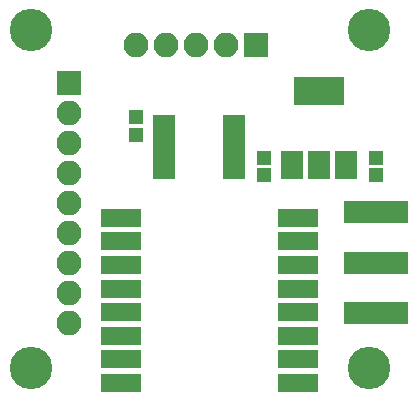
<source format=gbr>
G04 #@! TF.FileFunction,Soldermask,Top*
%FSLAX46Y46*%
G04 Gerber Fmt 4.6, Leading zero omitted, Abs format (unit mm)*
G04 Created by KiCad (PCBNEW 4.0.7) date 05/10/18 06:31:36*
%MOMM*%
%LPD*%
G01*
G04 APERTURE LIST*
%ADD10C,0.100000*%
%ADD11R,1.150000X1.200000*%
%ADD12R,2.100000X2.100000*%
%ADD13O,2.100000X2.100000*%
%ADD14R,5.480000X1.900000*%
%ADD15R,4.200000X2.400000*%
%ADD16R,1.900000X2.400000*%
%ADD17R,1.900000X0.850000*%
%ADD18R,3.399740X1.598880*%
%ADD19C,3.600000*%
G04 APERTURE END LIST*
D10*
D11*
X120015000Y-88265000D03*
X120015000Y-86765000D03*
X140335000Y-90170000D03*
X140335000Y-91670000D03*
X130810000Y-90170000D03*
X130810000Y-91670000D03*
D12*
X114300000Y-83820000D03*
D13*
X114300000Y-86360000D03*
X114300000Y-88900000D03*
X114300000Y-91440000D03*
X114300000Y-93980000D03*
X114300000Y-96520000D03*
X114300000Y-99060000D03*
X114300000Y-101600000D03*
X114300000Y-104140000D03*
D12*
X130175000Y-80645000D03*
D13*
X127635000Y-80645000D03*
X125095000Y-80645000D03*
X122555000Y-80645000D03*
X120015000Y-80645000D03*
D14*
X140335000Y-103310000D03*
X140335000Y-94810000D03*
X140335000Y-99060000D03*
D15*
X135495000Y-84505000D03*
D16*
X135495000Y-90805000D03*
X137795000Y-90805000D03*
X133195000Y-90805000D03*
D17*
X122370000Y-86965000D03*
X122370000Y-87615000D03*
X122370000Y-88265000D03*
X122370000Y-88915000D03*
X122370000Y-89565000D03*
X122370000Y-90215000D03*
X122370000Y-90865000D03*
X122370000Y-91515000D03*
X128270000Y-91515000D03*
X128270000Y-90865000D03*
X128270000Y-90215000D03*
X128270000Y-89565000D03*
X128270000Y-88915000D03*
X128270000Y-88265000D03*
X128270000Y-87615000D03*
X128270000Y-86965000D03*
D18*
X118745000Y-95250000D03*
X118745000Y-97248980D03*
X118745000Y-99247960D03*
X118745000Y-101249480D03*
X118745000Y-103245920D03*
X118745000Y-105247440D03*
X118745000Y-107246420D03*
X118745000Y-109245400D03*
X133741160Y-109245400D03*
X133741160Y-107246420D03*
X133741160Y-105247440D03*
X133741160Y-103245920D03*
X133741160Y-101249480D03*
X133741160Y-99247960D03*
X133741160Y-97248980D03*
X133741160Y-95250000D03*
D19*
X111125000Y-107950000D03*
X139700000Y-107950000D03*
X111125000Y-79375000D03*
X139700000Y-79375000D03*
M02*

</source>
